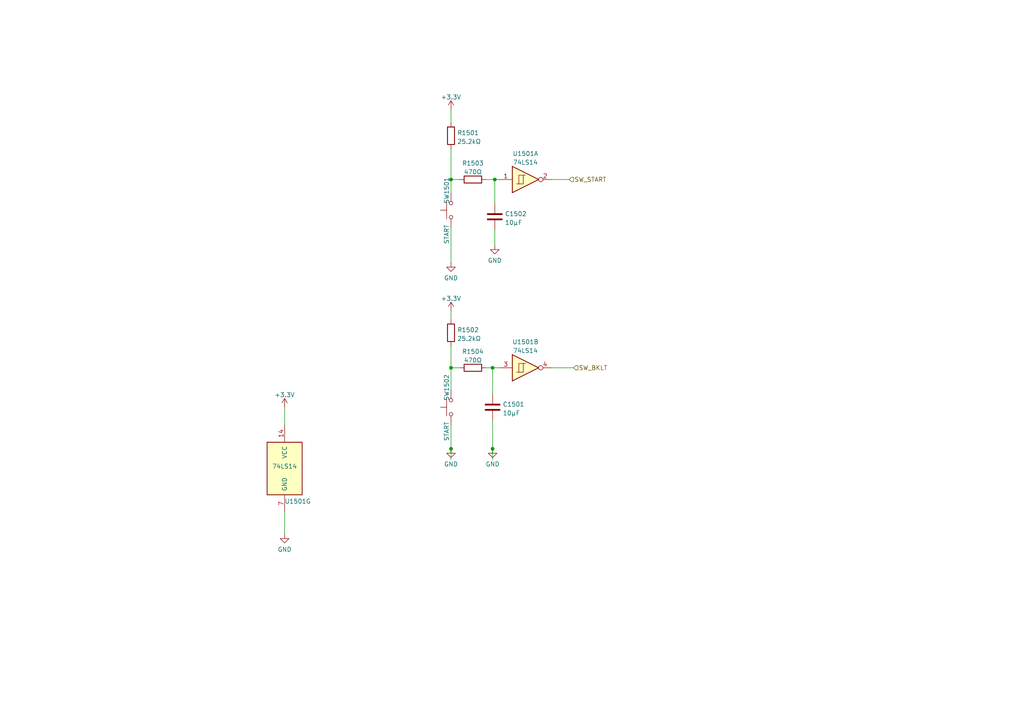
<source format=kicad_sch>
(kicad_sch (version 20211123) (generator eeschema)
  (paper "A4")
  (lib_symbols
    (symbol "74xx:74LS14" (pin_names (offset 1.016))
      (property "Reference" "U" (at 0 1.27 0))
      (property "Value" "74LS14" (at 0 -1.27 0))
      (symbol "74LS14_1_0"
        (polyline (pts (xy -3.81 3.81) (xy -3.81 -3.81) (xy 3.81 0) (xy -3.81 3.81)) (stroke (width 0.254)) (fill (type background)))
        (pin input line (at -7.62 0 0) (length 3.81) (name "~") (number "1"))
        (pin output inverted (at 7.62 0 180) (length 3.81) (name "~") (number "2"))
      )
      (symbol "74LS14_1_1"
        (polyline (pts (xy -1.905 -1.27) (xy -1.905 1.27) (xy -0.635 1.27)))
        (polyline (pts (xy -2.54 -1.27) (xy -0.635 -1.27) (xy -0.635 1.27) (xy 0 1.27)))
      )
      (symbol "74LS14_2_0"
        (polyline (pts (xy -3.81 3.81) (xy -3.81 -3.81) (xy 3.81 0) (xy -3.81 3.81)) (stroke (width 0.254)) (fill (type background)))
        (pin input line (at -7.62 0 0) (length 3.81) (name "~") (number "3"))
        (pin output inverted (at 7.62 0 180) (length 3.81) (name "~") (number "4"))
      )
      (symbol "74LS14_2_1"
        (polyline (pts (xy -1.905 -1.27) (xy -1.905 1.27) (xy -0.635 1.27)))
        (polyline (pts (xy -2.54 -1.27) (xy -0.635 -1.27) (xy -0.635 1.27) (xy 0 1.27)))
      )
      (symbol "74LS14_3_0"
        (polyline (pts (xy -3.81 3.81) (xy -3.81 -3.81) (xy 3.81 0) (xy -3.81 3.81)) (stroke (width 0.254)) (fill (type background)))
        (pin input line (at -7.62 0 0) (length 3.81) (name "~") (number "5"))
        (pin output inverted (at 7.62 0 180) (length 3.81) (name "~") (number "6"))
      )
      (symbol "74LS14_3_1"
        (polyline (pts (xy -1.905 -1.27) (xy -1.905 1.27) (xy -0.635 1.27)))
        (polyline (pts (xy -2.54 -1.27) (xy -0.635 -1.27) (xy -0.635 1.27) (xy 0 1.27)))
      )
      (symbol "74LS14_4_0"
        (polyline (pts (xy -3.81 3.81) (xy -3.81 -3.81) (xy 3.81 0) (xy -3.81 3.81)) (stroke (width 0.254)) (fill (type background)))
        (pin output inverted (at 7.62 0 180) (length 3.81) (name "~") (number "8"))
        (pin input line (at -7.62 0 0) (length 3.81) (name "~") (number "9"))
      )
      (symbol "74LS14_4_1"
        (polyline (pts (xy -1.905 -1.27) (xy -1.905 1.27) (xy -0.635 1.27)))
        (polyline (pts (xy -2.54 -1.27) (xy -0.635 -1.27) (xy -0.635 1.27) (xy 0 1.27)))
      )
      (symbol "74LS14_5_0"
        (polyline (pts (xy -3.81 3.81) (xy -3.81 -3.81) (xy 3.81 0) (xy -3.81 3.81)) (stroke (width 0.254)) (fill (type background)))
        (pin output inverted (at 7.62 0 180) (length 3.81) (name "~") (number "10"))
        (pin input line (at -7.62 0 0) (length 3.81) (name "~") (number "11"))
      )
      (symbol "74LS14_5_1"
        (polyline (pts (xy -1.905 -1.27) (xy -1.905 1.27) (xy -0.635 1.27)))
        (polyline (pts (xy -2.54 -1.27) (xy -0.635 -1.27) (xy -0.635 1.27) (xy 0 1.27)))
      )
      (symbol "74LS14_6_0"
        (polyline (pts (xy -3.81 3.81) (xy -3.81 -3.81) (xy 3.81 0) (xy -3.81 3.81)) (stroke (width 0.254)) (fill (type background)))
        (pin output inverted (at 7.62 0 180) (length 3.81) (name "~") (number "12"))
        (pin input line (at -7.62 0 0) (length 3.81) (name "~") (number "13"))
      )
      (symbol "74LS14_6_1"
        (polyline (pts (xy -1.905 -1.27) (xy -1.905 1.27) (xy -0.635 1.27)))
        (polyline (pts (xy -2.54 -1.27) (xy -0.635 -1.27) (xy -0.635 1.27) (xy 0 1.27)))
      )
      (symbol "74LS14_7_0"
        (pin power_in line (at 0 12.7 270) (length 5.08) (name "VCC") (number "14"))
        (pin power_in line (at 0 -12.7 90) (length 5.08) (name "GND") (number "7"))
      )
      (symbol "74LS14_7_1"
        (rectangle (start -5.08 7.62) (end 5.08 -7.62) (stroke (width 0.254)) (fill (type background)))
      )
    )
    (symbol "Device:C" (pin_numbers hide) (pin_names (offset 0.254))
      (property "Reference" "C" (at 0.635 2.54 0))
      (property "Value" "C" (at 0.635 -2.54 0))
      (symbol "C_0_1"
        (polyline (pts (xy -2.032 -0.762) (xy 2.032 -0.762)) (stroke (width 0.508)))
        (polyline (pts (xy -2.032 0.762) (xy 2.032 0.762)) (stroke (width 0.508)))
      )
      (symbol "C_1_1"
        (pin passive line (at 0 3.81 270) (length 2.794) (name "~") (number "1"))
        (pin passive line (at 0 -3.81 90) (length 2.794) (name "~") (number "2"))
      )
    )
    (symbol "Device:R" (pin_numbers hide) (pin_names (offset 0))
      (property "Reference" "R" (at 2.032 0 90))
      (property "Value" "R" (at 0 0 90))
      (symbol "R_0_1"
        (rectangle (start -1.016 -2.54) (end 1.016 2.54) (stroke (width 0.254)))
      )
      (symbol "R_1_1"
        (pin passive line (at 0 3.81 270) (length 1.27) (name "~") (number "1"))
        (pin passive line (at 0 -3.81 90) (length 1.27) (name "~") (number "2"))
      )
    )
    (symbol "Switch:SW_Push" (pin_numbers hide) (pin_names (offset 1.016) hide)
      (property "Reference" "SW" (at 1.27 2.54 0))
      (property "Value" "SW_Push" (at 0 -1.524 0))
      (symbol "SW_Push_0_1"
        (circle (center -2.032 0) (radius 0.508))
        (polyline (pts (xy 0 1.27) (xy 0 3.048)))
        (polyline (pts (xy 2.54 1.27) (xy -2.54 1.27)))
        (circle (center 2.032 0) (radius 0.508))
        (pin passive line (at -5.08 0 0) (length 2.54) (name "1") (number "1"))
        (pin passive line (at 5.08 0 180) (length 2.54) (name "2") (number "2"))
      )
    )
    (symbol "power:+3.3V" (power) (pin_names (offset 0))
      (property "Value" "+3.3V" (at 0 3.556 0))
      (symbol "+3.3V_0_1"
        (polyline (pts (xy -0.762 1.27) (xy 0 2.54)))
        (polyline (pts (xy 0 0) (xy 0 2.54)))
        (polyline (pts (xy 0 2.54) (xy 0.762 1.27)))
      )
      (symbol "+3.3V_1_1"
        (pin power_in line (at 0 0 90) (length 0) hide (name "+3.3V") (number "1"))
      )
    )
    (symbol "power:GND" (power) (pin_names (offset 0))
      (property "Value" "GND" (at 0 -3.81 0))
      (symbol "GND_0_1"
        (polyline (pts (xy 0 0) (xy 0 -1.27) (xy 1.27 -1.27) (xy 0 -2.54) (xy -1.27 -1.27) (xy 0 -1.27)))
      )
      (symbol "GND_1_1"
        (pin power_in line (at 0 0 270) (length 0) hide (name "GND") (number "1"))
      )
    )
  )
  (junction (at 143.51 52.07))
  (junction (at 130.81 130.175))
  (junction (at 142.875 130.175))
  (junction (at 130.81 106.68))
  (junction (at 130.81 52.07))
  (junction (at 142.875 106.68))
  (wire (pts (xy 133.35 106.68) (xy 130.81 106.68)))
  (wire (pts (xy 140.97 52.07) (xy 143.51 52.07)))
  (wire (pts (xy 142.875 114.3) (xy 142.875 106.68)))
  (wire (pts (xy 143.51 66.675) (xy 143.51 71.12)))
  (wire (pts (xy 130.81 106.68) (xy 130.81 113.03)))
  (wire (pts (xy 82.55 148.59) (xy 82.55 154.94)))
  (wire (pts (xy 133.35 52.07) (xy 130.81 52.07)))
  (wire (pts (xy 142.875 130.175) (xy 142.875 133.35)))
  (wire (pts (xy 130.81 100.33) (xy 130.81 106.68)))
  (wire (pts (xy 143.51 52.07) (xy 144.78 52.07)))
  (wire (pts (xy 142.875 121.92) (xy 142.875 130.175)))
  (wire (pts (xy 160.02 52.07) (xy 165.1 52.07)))
  (wire (pts (xy 130.81 43.18) (xy 130.81 52.07)))
  (wire (pts (xy 142.875 106.68) (xy 140.97 106.68)))
  (wire (pts (xy 130.81 130.175) (xy 130.81 133.35)))
  (wire (pts (xy 142.875 106.68) (xy 144.78 106.68)))
  (wire (pts (xy 160.02 106.68) (xy 166.37 106.68)))
  (wire (pts (xy 130.81 66.04) (xy 130.81 76.2)))
  (wire (pts (xy 130.81 123.19) (xy 130.81 130.175)))
  (wire (pts (xy 130.81 52.07) (xy 130.81 55.88)))
  (wire (pts (xy 82.55 123.19) (xy 82.55 118.11)))
  (wire (pts (xy 130.81 90.17) (xy 130.81 92.71)))
  (wire (pts (xy 143.51 52.07) (xy 143.51 59.055)))
  (wire (pts (xy 130.81 31.75) (xy 130.81 35.56)))
  (hierarchical_label "SW_START" (shape input) (at 165.1 52.07 0))
  (hierarchical_label "SW_BKLT" (shape input) (at 166.37 106.68 0))
  (symbol (lib_id "power:GND") (at 142.875 130.175 0) (unit 1)
    (property "Reference" "#PWR01507" (effects hide))
    (property "Value" "GND" (at 142.875 134.6184 0))
  )
  (symbol (lib_id "power:+3.3V") (at 82.55 118.11 0) (unit 1)
    (property "Reference" "#PWR01501" (effects hide))
    (property "Value" "+3.3V" (at 82.55 114.5342 0))
  )
  (symbol (lib_id "Switch:SW_Push") (at 130.81 60.96 90) (unit 1)
    (property "Reference" "SW1501" (at 129.54 55.245 0))
    (property "Value" "START" (at 129.54 67.945 0))
    (property "Footprint" "Connector_PinHeader_2.54mm:PinHeader_1x02_P2.54mm_Vertical" (effects hide))
    (property "Reference" "SW?" (effects hide))
    (property "Value" "START" (effects hide))
  )
  (symbol (lib_id "Device:C") (at 142.875 118.11 0) (unit 1)
    (property "Reference" "C1501" (at 145.796 117.2753 0) (effects (justify left)))
    (property "Value" "10μF" (at 145.796 119.8122 0) (effects (justify left)))
    (property "Footprint" "Capacitor_SMD:C_0805_2012Metric" (effects hide))
  )
  (symbol (lib_id "power:+3.3V") (at 130.81 90.17 0) (unit 1)
    (property "Reference" "#PWR01505" (effects hide))
    (property "Value" "+3.3V" (at 130.81 86.5942 0))
  )
  (symbol (lib_id "power:GND") (at 130.81 76.2 0) (unit 1)
    (property "Reference" "#PWR01504" (effects hide))
    (property "Value" "GND" (at 130.81 80.6434 0))
  )
  (symbol (lib_id "power:GND") (at 82.55 154.94 0) (unit 1)
    (property "Reference" "#PWR01502" (effects hide))
    (property "Value" "GND" (at 82.55 159.3834 0))
  )
  (symbol (lib_id "Device:R") (at 130.81 39.37 0) (unit 1)
    (property "Reference" "R1501" (at 132.588 38.5353 0) (effects (justify left)))
    (property "Value" "25.2kΩ" (at 132.588 41.0722 0) (effects (justify left)))
    (property "Footprint" "Resistor_SMD:R_0805_2012Metric" (effects hide))
  )
  (symbol (lib_id "Device:R") (at 137.16 52.07 90) (unit 1)
    (property "Reference" "R1503" (at 137.16 47.3542 90))
    (property "Value" "470Ω" (at 137.16 49.8911 90))
    (property "Footprint" "Resistor_SMD:R_0805_2012Metric" (effects hide))
  )
  (symbol (lib_id "Switch:SW_Push") (at 130.81 118.11 90) (unit 1)
    (property "Reference" "SW1502" (at 129.54 112.395 0))
    (property "Value" "START" (at 129.54 125.095 0))
    (property "Footprint" "Connector_PinHeader_2.54mm:PinHeader_1x02_P2.54mm_Vertical" (effects hide))
    (property "Reference" "SW?" (effects hide))
    (property "Value" "START" (effects hide))
  )
  (symbol (lib_id "74xx:74LS14") (at 152.4 52.07 0) (unit 1)
    (property "Reference" "U1501" (at 152.4 44.5602 0))
    (property "Value" "74LS14" (at 152.4 47.0971 0))
    (property "Footprint" "Package_SO:SO-16_3.9x9.9mm_P1.27mm" (effects hide))
    (property "Datasheet" "http://www.ti.com/lit/gpn/sn74LS14" (effects hide))
  )
  (symbol (lib_id "Device:R") (at 130.81 96.52 0) (unit 1)
    (property "Reference" "R1502" (at 132.588 95.6853 0) (effects (justify left)))
    (property "Value" "25.2kΩ" (at 132.588 98.2222 0) (effects (justify left)))
    (property "Footprint" "Resistor_SMD:R_0805_2012Metric" (effects hide))
  )
  (symbol (lib_id "power:GND") (at 130.81 130.175 0) (unit 1)
    (property "Reference" "#PWR01506" (effects hide))
    (property "Value" "GND" (at 130.81 134.6184 0))
  )
  (symbol (lib_id "Device:C") (at 143.51 62.865 0) (unit 1)
    (property "Reference" "C1502" (at 146.431 62.0303 0) (effects (justify left)))
    (property "Value" "10μF" (at 146.431 64.5672 0) (effects (justify left)))
    (property "Footprint" "Capacitor_SMD:C_0805_2012Metric" (effects hide))
  )
  (symbol (lib_id "74xx:74LS14") (at 82.55 135.89 0) (unit 7)
    (property "Reference" "U1501" (at 86.36 145.415 0))
    (property "Value" "74LS14" (at 82.55 135.255 0))
    (property "Footprint" "Package_SO:SO-16_3.9x9.9mm_P1.27mm" (effects hide))
    (property "Datasheet" "http://www.ti.com/lit/gpn/sn74LS14" (effects hide))
  )
  (symbol (lib_id "power:GND") (at 143.51 71.12 0) (unit 1)
    (property "Reference" "#PWR01508" (effects hide))
    (property "Value" "GND" (at 143.51 75.5634 0))
  )
  (symbol (lib_id "74xx:74LS14") (at 152.4 106.68 0) (unit 2)
    (property "Reference" "U1501" (at 152.4 99.1702 0))
    (property "Value" "74LS14" (at 152.4 101.7071 0))
    (property "Footprint" "Package_SO:SO-16_3.9x9.9mm_P1.27mm" (effects hide))
    (property "Datasheet" "http://www.ti.com/lit/gpn/sn74LS14" (effects hide))
  )
  (symbol (lib_id "power:+3.3V") (at 130.81 31.75 0) (unit 1)
    (property "Reference" "#PWR01503" (effects hide))
    (property "Value" "+3.3V" (at 130.81 28.1742 0))
  )
  (symbol (lib_id "Device:R") (at 137.16 106.68 90) (unit 1)
    (property "Reference" "R1504" (at 137.16 101.9642 90))
    (property "Value" "470Ω" (at 137.16 104.5011 90))
    (property "Footprint" "Resistor_SMD:R_0805_2012Metric" (effects hide))
  )
)
</source>
